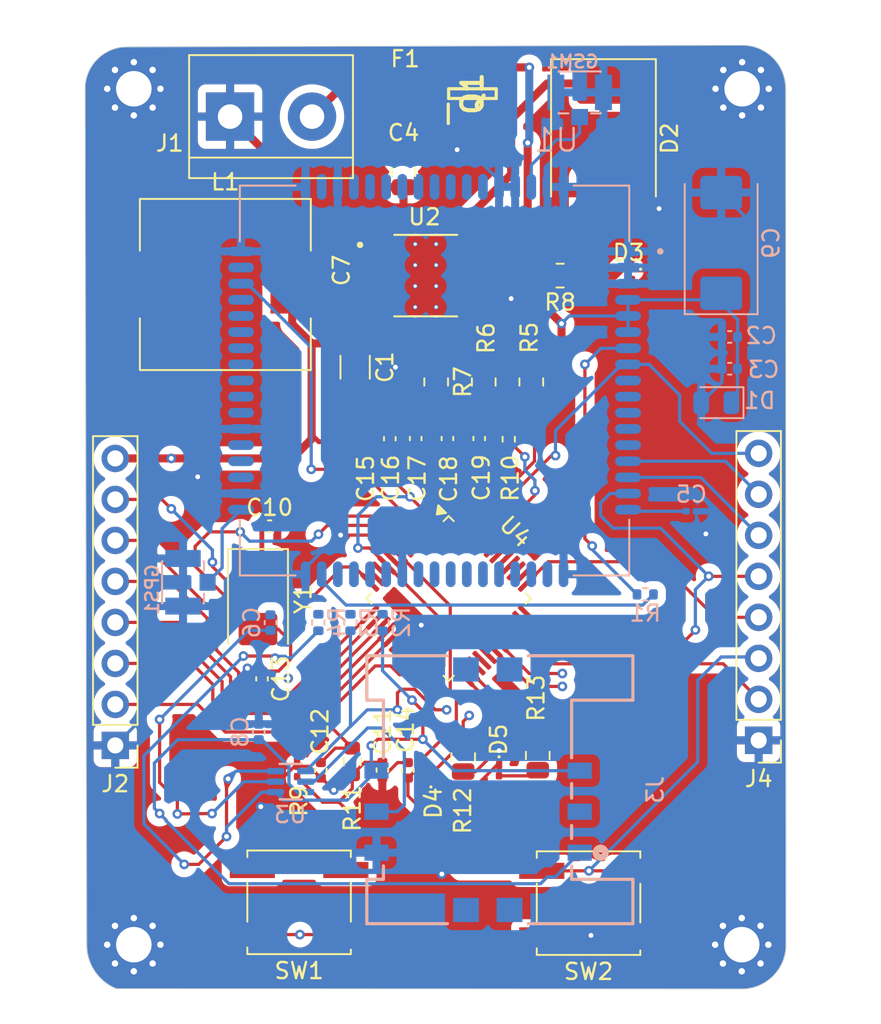
<source format=kicad_pcb>
(kicad_pcb (version 20241229) (generator "pcbnew") (generator_version "9.0")
  (layers (0 "F.Cu" signal) (4 "In1.Cu" signal) (6 "In2.Cu" signal) (2 "B.Cu" signal) (13 "F.Paste" user) (15 "B.Paste" user) (5 "F.SilkS" user "F.Silkscreen") (7 "B.SilkS" user "B.Silkscreen") (1 "F.Mask" user) (3 "B.Mask" user) (25 "Edge.Cuts" user))
  (net 0 "")
  (net 1 "GND")
  (net 2 "+3.3V")
  (net 3 "Net-(Q1-D)")
  (net 4 "Net-(U1-VRTC)")
  (net 5 "Net-(C6-Pad2)")
  (net 6 "SIM_DATA")
  (net 7 "Net-(U2-BOOT)")
  (net 8 "Net-(D2-K)")
  (net 9 "SIM_VDD")
  (net 10 "Net-(U4-PF0)")
  (net 11 "Net-(C11-Pad1)")
  (net 12 "Net-(U4-PB11)")
  (net 13 "Net-(U4-PF1)")
  (net 14 "NRST")
  (net 15 "Net-(D3-A)")
  (net 16 "Net-(D4-A)")
  (net 17 "Net-(D5-A)")
  (net 18 "+12V")
  (net 19 "GPS_ANT")
  (net 20 "GSM_ANT")
  (net 21 "SIM_TX")
  (net 22 "SIM_RX")
  (net 23 "SIM_RESET")
  (net 24 "SIM_PWRKEY")
  (net 25 "SWDIO")
  (net 26 "SWDCLK")
  (net 28 "Net-(J3-RET)")
  (net 29 "Net-(J3-CLK)")
  (net 33 "SIM_DET")
  (net 34 "USART2_RX")
  (net 35 "PA5{slash}SPI1_CLK")
  (net 36 "USART2_TX")
  (net 37 "PA7{slash}SPI1_MOSI")
  (net 38 "PA6{slash}SPI1_MISO")
  (net 39 "PA4")
  (net 40 "Net-(Q1-S)")
  (net 41 "Net-(U1-VDD_EXT)")
  (net 42 "SIM_RST")
  (net 43 "SIM_CLK")
  (net 44 "FEEDBACK")
  (net 45 "Net-(R6-Pad1)")
  (net 46 "Net-(U4-BOOT0)")
  (net 47 "LED1")
  (net 48 "LED2")
  (net 69 "STATUS")
  (footprint "Footprints:SOT95P280X125-3N" (layer "F.Cu") (at 106.525 68.05 90)
    (property "Reference" "Q1")
    (property "Value" "AO3407A" (hide yes))
  )
  (footprint "Resistor_SMD:R_0805_2012Metric" (layer "F.Cu") (at 107.225 85.9125 90)
    (property "Reference" "R6")
    (property "Value" "1K5")
  )
  (footprint "Footprints:VREG_LM5017MR_NOPB" (layer "F.Cu") (at 103.625 79.325)
    (property "Reference" "U2")
    (property "Value" "TPS5430DDA")
  )
  (footprint "Resistor_SMD:R_0805_2012Metric" (layer "F.Cu") (at 104.275 85.9125 -90)
    (property "Reference" "R7")
    (property "Value" "2K7")
  )
  (footprint "Resistor_SMD:R_0805_2012Metric" (layer "F.Cu") (at 105.95 109.1375 90)
    (property "Reference" "R12")
    (property "Value" "1K5")
  )
  (footprint "Capacitor_SMD:C_1206_3216Metric" (layer "F.Cu") (at 99.25 85 -90)
    (property "Reference" "C1")
    (property "Value" "100u")
  )
  (footprint "Resistor_SMD:R_0805_2012Metric" (layer "F.Cu") (at 111.9625 79.325 180)
    (property "Reference" "R8")
    (property "Value" "1K5")
  )
  (footprint "Capacitor_SMD:C_0201_0603Metric" (layer "F.Cu") (at 98.25 77.295 -90)
    (property "Reference" "C7")
    (property "Value" "10n")
  )
  (footprint "Fuse:Fuse_0402_1005Metric" (layer "F.Cu") (at 102.375 67.635 -90)
    (property "Reference" "F1")
    (property "Value" "Fuse 2.5A")
  )
  (footprint "Resistor_SMD:R_0201_0603Metric" (layer "F.Cu") (at 95.65 110.045 90)
    (property "Reference" "R9")
    (property "Value" "100K")
  )
  (footprint "Capacitor_SMD:C_0402_1005Metric" (layer "F.Cu") (at 97.125 109.975 -90)
    (property "Reference" "C12")
    (property "Value" "100n")
  )
  (footprint "MountingHole:MountingHole_2.2mm_M2_Pad_Via" (layer "F.Cu") (at 123.25 67.75)
    (property "Reference" "H1" (hide yes))
    (property "Value" "MountingHole_Pad")
  )
  (footprint "Connector_PinHeader_2.54mm:PinHeader_1x08_P2.54mm_Vertical" (layer "F.Cu") (at 124.275 108.115 180)
    (property "Reference" "J4")
    (property "Value" "RIGHT HEADER PINS")
  )
  (footprint "Resistor_SMD:R_0402_1005Metric" (layer "F.Cu") (at 108.775 89.46 -90)
    (property "Reference" "R10")
    (property "Value" "10K")
  )
  (footprint "MountingHole:MountingHole_2.2mm_M2_Pad_Via" (layer "F.Cu") (at 123.225 120.775)
    (property "Reference" "H2" (hide yes))
    (property "Value" "MountingHole_Pad")
  )
  (footprint "TerminalBlock:TerminalBlock_bornier-2_P5.08mm" (layer "F.Cu") (at 91.495 69.475)
    (property "Reference" "J1")
    (property "Value" "Screw_Terminal_01x02")
  )
  (footprint "Resistor_SMD:R_0603_1608Metric" (layer "F.Cu") (at 99.075 109.425 -90)
    (property "Reference" "R11")
    (property "Value" "1K")
  )
  (footprint "Capacitor_SMD:C_0402_1005Metric" (layer "F.Cu") (at 104.975 89.42 90)
    (property "Reference" "C18")
    (property "Value" "100n")
  )
  (footprint "Capacitor_SMD:C_0402_1005Metric" (layer "F.Cu") (at 93.475 104.305 -90)
    (property "Reference" "C13")
    (property "Value" "30p")
  )
  (footprint "Capacitor_SMD:C_0402_1005Metric" (layer "F.Cu") (at 103.005 89.42 90)
    (property "Reference" "C17")
    (property "Value" "100n")
  )
  (footprint "Button_Switch_SMD:SW_Push_1P1T_NO_CK_KSC6xxJ" (layer "F.Cu") (at 113.725 118.2)
    (property "Reference" "SW2")
    (property "Value" "SW_Push")
  )
  (footprint "LED_SMD:LED_0201_0603Metric" (layer "F.Cu") (at 116.0925 78.925 180)
    (property "Reference" "D3")
    (property "Value" "LED")
  )
  (footprint "MountingHole:MountingHole_2.2mm_M2_Pad_Via" (layer "F.Cu") (at 85.525 67.75)
    (property "Reference" "H4" (hide yes))
    (property "Value" "MountingHole_Pad")
  )
  (footprint "Resistor_SMD:R_0805_2012Metric" (layer "F.Cu") (at 110.175 85.9125 90)
    (property "Reference" "R5")
    (property "Value" "8K2")
  )
  (footprint "Capacitor_SMD:C_0402_1005Metric" (layer "F.Cu") (at 93.945 94.85)
    (property "Reference" "C10")
    (property "Value" "30p")
  )
  (footprint "LED_SMD:LED_0201_0603Metric" (layer "F.Cu") (at 103.95 110.145 90)
    (property "Reference" "D4")
    (property "Value" "LED")
  )
  (footprint "LED_SMD:LED_0201_0603Metric" (layer "F.Cu") (at 108.175 109.995 -90)
    (property "Reference" "D5")
    (property "Value" "LED")
  )
  (footprint "Connector_PinHeader_2.54mm:PinHeader_1x08_P2.54mm_Vertical" (layer "F.Cu") (at 84.375 108.43 180)
    (property "Reference" "J2")
    (property "Value" "LEFT HEADER PINS")
  )
  (footprint "Capacitor_SMD:C_0805_2012Metric" (layer "F.Cu") (at 102.25 72.9 -90)
    (property "Reference" "C4")
    (property "Value" "10u")
  )
  (footprint "Capacitor_SMD:C_0402_1005Metric" (layer "F.Cu") (at 100.94 109.955 -90)
    (property "Reference" "C11")
    (property "Value" "10p")
  )
  (footprint "Button_Switch_SMD:SW_Push_1P1T_NO_CK_KSC6xxJ" (layer "F.Cu") (at 95.775 118.15)
    (property "Reference" "SW1")
    (property "Value" "SW_Push")
  )
  (footprint "Diode_SMD:D_SMC" (layer "F.Cu") (at 114.65 70.825 -90)
    (property "Reference" "D2")
    (property "Value" "B340")
  )
  (footprint "Package_QFP:LQFP-48_7x7mm_P0.5mm" (layer "F.Cu") (at 105.048788 99.326212 -45)
    (property "Reference" "U4")
    (property "Value" "STM32F030C8Tx")
  )
  (footprint "Resistor_SMD:R_0805_2012Metric" (layer "F.Cu") (at 110.575 109.05 -90)
    (property "Reference" "R13")
    (property "Value" "1K5")
  )
  (footprint "Inductor_SMD:L_10.4x10.4_H4.8" (layer "F.Cu") (at 91.2 79.875)
    (property "Reference" "L1")
    (property "Value" "15uH")
  )
  (footprint "Capacitor_SMD:C_0402_1005Metric" (layer "F.Cu") (at 102.525 109.975 -90)
    (property "Reference" "C14")
    (property "Value" "100n")
  )
  (footprint "Capacitor_SMD:C_0201_0603Metric" (layer "F.Cu") (at 99.9 89.295 90)
    (property "Reference" "C15")
    (property "Value" "4u7")
  )
  (footprint "MountingHole:MountingHole_2.2mm_M2_Pad_Via" (layer "F.Cu") (at 85.525 120.775)
    (property "Reference" "H3" (hide yes))
    (property "Value" "MountingHole_Pad")
  )
  (footprint "Capacitor_SMD:C_0402_1005Metric" (layer "F.Cu") (at 101.4 89.43 90)
    (property "Reference" "C16")
    (property "Value" "100n")
  )
  (footprint "Crystal:Crystal_SMD_5032-2Pin_5.0x3.2mm" (layer "F.Cu") (at 93.225 99.375 -90)
    (property "Reference" "Y1")
    (property "Value" "8MHz")
  )
  (footprint "Capacitor_SMD:C_0402_1005Metric" (layer "F.Cu") (at 106.945 89.42 90)
    (property "Reference" "C19")
    (property "Value" "100n")
  )
  (footprint "Capacitor_Tantalum_SMD:CP_EIA-7343-15_Kemet-W" (layer "B.Cu") (at 121.95 77.3 90)
    (property "Reference" "C9")
    (property "Value" "220u")
  )
  (footprint "Footprints:SOT65P210X110-6N" (layer "B.Cu") (at 95.25 110.675)
    (property "Reference" "U3")
    (property "Value" "SMF05CT1G")
  )
  (footprint "Footprints:693010020611" (layer "B.Cu") (at 108.225 111.175 90)
    (property "Reference" "J3")
    (property "Value" "693010020611")
    (property "VALUE" "693010020611" (hide yes))
  )
  (footprint "Resistor_SMD:R_0402_1005Metric" (layer "B.Cu") (at 98.96 100.815 90)
    (property "Reference" "R3")
    (property "Value" "10K")
  )
  (footprint "Resistor_SMD:R_0402_1005Metric" (layer "B.Cu") (at 100.95 100.815 90)
    (property "Reference" "R2")
    (property "Value" "10K")
  )
  (footprint "Capacitor_SMD:C_0201_0603Metric" (layer "B.Cu") (at 120.095 93.925 180)
    (property "Reference" "C5")
    (property "Value" "4u7")
  )
  (footprint "Footprints:XCVR_SIM808" (layer "B.Cu") (at 104.175 85.825 180)
    (property "Reference" "U1")
    (property "Value" "SIM808")
  )
  (footprint "Footprints:U.FL-R-SMT-1" (layer "B.Cu") (at 113.175 67.975 180)
    (property "Reference" "GSM1")
    (property "Value" "U.FL-R-SMT-1")
  )
  (footprint "Capacitor_SMD:C_0402_1005Metric" (layer "B.Cu") (at 93.275 107.595 -90)
    (property "Reference" "C8")
    (property "Value" "1u")
  )
  (footprint "Resistor_SMD:R_0402_1005Metric" (layer "B.Cu") (at 117.24 99.075)
    (property "Reference" "R1")
    (property "Value" "4K7")
  )
  (footprint "Footprints:U.FL-R-SMT-1" (layer "B.Cu") (at 88.575 98.325 -90)
    (property "Reference" "GPS1")
    (property "Value" "U.FL-R-SMT-1")
  )
  (footprint "Resistor_SMD:R_0402_1005Metric" (layer "B.Cu") (at 96.97 100.815 90)
    (property "Reference" "R4")
    (property "Value" "10K")
  )
  (footprint "Diode_SMD:D_0805_2012Metric" (layer "B.Cu") (at 121.6475 87.195 180)
    (property "Reference" "D1")
    (property "Value" "D_Zener")
  )
  (footprint "Capacitor_SMD:C_0402_1005Metric" (layer "B.Cu") (at 122.48 83.125 180)
    (property "Reference" "C2")
    (property "Value" "33p")
  )
  (footprint "Capacitor_SMD:C_0402_1005Metric" (layer "B.Cu") (at 122.48 85.095 180)
    (property "Reference" "C3")
    (property "Value" "10p")
  )
  (footprint "Capacitor_SMD:C_0402_1005Metric" (layer "B.Cu") (at 94 100.82 -90)
    (property "Reference" "C6")
    (property "Value" "22p")
  )
  (gr_line (start 82.6 120.75) (end 82.5 67.778864) (stroke (width 0.05)) (layer "Edge.Cuts"))
  (gr_line (start 123.225 123.525) (end 84.423767 123.501669) (stroke (width 0.05)) (layer "Edge.Cuts"))
  (gr_arc (start 123.325 65.05) (mid 125.184437 65.85092) (end 125.950467 67.725) (stroke (width 0.05)) (layer "Edge.Cuts"))
  (gr_arc (start 84.423767 123.501669) (mid 83.090968 122.404811) (end 82.6 120.75) (stroke (width 0.05)) (layer "Edge.Cuts"))
  (gr_arc (start 82.5 67.778864) (mid 83.251232 65.921643) (end 85.1 65.14984) (stroke (width 0.05)) (layer "Edge.Cuts"))
  (gr_arc (start 125.975 120.775) (mid 125.169544 122.719544) (end 123.225 123.525) (stroke (width 0.05)) (layer "Edge.Cuts"))
  (gr_line (start 125.950467 67.725) (end 125.975 120.775) (stroke (width 0.05)) (layer "Edge.Cuts"))
  (gr_line (start 85.1 65.14984) (end 123.324986 65.05) (stroke (width 0.05)) (layer "Edge.Cuts"))
  (via (at 95.1 104.275) (size 0.6) (drill 0.3) (layers "F.Cu" "B.Cu") (net 0))
  (segment (start 92.572153 103.882153) (end 92.572153 103.653781) (width 0.2) (layer "F.Cu") (net 1))
  (segment (start 103.95 110.465) (end 104.3485 110.8635) (width 0.2) (layer "F.Cu") (net 1))
  (segment (start 93.475 104.785) (end 92.572153 103.882153) (width 0.2) (layer "F.Cu") (net 1))
  (segment (start 95.65 109.725) (end 95.49013 109.725) (width 0.2) (layer "F.Cu") (net 1))
  (segment (start 108.175 109.675) (end 108.175 108.75) (width 0.2) (layer "F.Cu") (net 1))
  (segment (start 105.575 69.3) (end 105.575 71.525) (width 0.2) (layer "F.Cu") (net 1))
  (segment (start 102.25 73.85) (end 103.25 73.85) (width 0.2) (layer "F.Cu") (net 1))
  (segment (start 108.2 91.775) (end 109.425 91.775) (width 0.2) (layer "F.Cu") (net 1))
  (segment (start 95.65 109.725) (end 96.395 109.725) (width 0.2) (layer "F.Cu") (net 1))
  (segment (start 93.4 111.81513) (end 93.4 112.225) (width 0.2) (layer "F.Cu") (net 1))
  (segment (start 104.474943 79.325) (end 103.625 79.325) (width 0.5) (layer "F.Cu") (net 1))
  (segment (start 99.9 88.975) (end 99.9 87.125) (width 0.2) (layer "F.Cu") (net 1))
  (segment (start 101.4 88.95) (end 99.925 88.95) (width 0.3) (layer "F.Cu") (net 1))
  (segment (start 106.82663 110.8635) (end 108.01513 109.675) (width 0.2) (layer "F.Cu") (net 1))
  (segment (start 95.49013 109.725) (end 93.4 111.81513) (width 0.2) (layer "F.Cu") (net 1))
  (segment (start 96.395 109.725) (end 97.125 110.455) (width 0.2) (layer "F.Cu") (net 1))
  (segment (start 110.825 120.2) (end 108.425 120.2) (width 0.5) (layer "F.Cu") (net 1))
  (segment (start 110.825 120.2) (end 113.875 120.2) (width 0.2) (layer "F.Cu") (net 1))
  (segment (start 97.18 110.455) (end 97.925 111.2) (width 0.2) (layer "F.Cu") (net 1))
  (segment (start 108.775 88.95) (end 106.955 88.95) (width 0.3) (layer "F.Cu") (net 1))
  (segment (start 104.3485 110.8635) (end 106.82663 110.8635) (width 0.2) (layer "F.Cu") (net 1))
  (segment (start 116.4125 75.9875) (end 114.65 74.225) (width 0.2) (layer "F.Cu") (net 1))
  (segment (start 104.275 85) (end 101.75 85) (width 0.3) (layer "F.Cu") (net 1))
  (segment (start 108.01513 109.675) (end 108.175 109.675) (width 0.2) (layer "F.Cu") (net 1))
  (segment (start 101.41 88.94) (end 101.4 88.95) (width 0.3) (layer "F.Cu") (net 1))
  (segment (start 109.7 88.95) (end 108.775 88.95) (width 0.2) (layer "F.Cu") (net 1))
  (segment (start 102.525 109.495) (end 101.88 109.495) (width 0.2) (layer "F.Cu") (net 1))
  (segment (start 108.425 120.2) (end 104.625 116.4) (width 0.5) (layer "F.Cu") (net 1))
  (segment (start 104.975 88.94) (end 103.005 88.94) (width 0.3) (layer "F.Cu") (net 1))
  (segment (start 106.945 88.94) (end 104.975 88.94) (width 0.3) (layer "F.Cu") (net 1))
  (segment (start 103.005 88.94) (end 101.41 88.94) (width 0.3) (layer "F.Cu") (net 1))
  (segment (start 106.325 79.96) (end 105.109943 79.96) (width 0.5) (layer "F.Cu") (net 1))
  (segment (start 108.2 91.8) (end 108.2 91.775) (width 0.2) (layer "F.Cu") (net 1))
  (segment (start 95.87 73.85) (end 102.25 73.85) (width 0.5) (layer "F.Cu") (net 1))
  (segment (start 103.25 73.85) (end 105.575 71.525) (width 0.2) (layer "F.Cu") (net 1))
  (segment (start 113.875 120.2) (end 116.625 120.2) (width 0.2) (layer "F.Cu") (net 1))
  (segment (start 104.346615 101.971615) (end 103.35 100.975) (width 0.2) (layer "F.Cu") (net 1))
  (segment (start 101.575126 96.91321) (end 100.061916 95.4) (width 0.2) (layer "F.Cu") (net 1))
  (segment (start 101.75 85) (end 100.725 85) (width 0.3) (layer "F.Cu") (net 1))
  (segment (start 100.96 110.455) (end 100.94 110.435) (width 0.2) (layer "F.Cu") (net 1))
  (segment (start 106.40113 94.79189) (end 107.45 93.74302) (width 0.2) (layer "F.Cu") (net 1))
  (segment (start 116.4125 78.925) (end 116.4125 75.9875) (width 0.2) (layer "F.Cu") (net 1))
  (segment (start 101.88 109.495) (end 100.94 110.435) (width 0.2) (layer "F.Cu") (net 1))
  (segment (start 107.45 93.74302) (end 107.45 92.55) (width 0.2) (layer "F.Cu") (net 1))
  (segment (start 100.725 85) (end 99.25 86.475) (width 0.3) (layer "F.Cu") (net 1))
  (segment (start 114.65 74.225) (end 117.15 74.225) (width 0.2) (layer "F.Cu") (net 1))
  (segment (start 100.061916 95.4) (end 98.35 95.4) (width 0.2) (layer "F.Cu") (net 1))
  (segment (start 109.425 91.775) (end 110.375 90.825) (width 0.2) (layer "F.Cu") (net 1))
  (segment (start 117.15 74.225) (end 118.1 75.175) (width 0.2) (layer "F.Cu") (net 1))
  (segment (start 110.375 90.825) (end 110.375 89.625) (width 0.2) (layer "F.Cu") (net 1))
  (segment (start 103.696446 103.860534) (end 104.346615 103.210365) (width 0.2) (layer "F.Cu") (net 1))
  (segment (start 110.375 89.625) (end 109.7 88.95) (width 0.2) (layer "F.Cu") (net 1))
  (segment (start 99.9 87.125) (end 99.25 86.475) (width 0.2) (layer "F.Cu") (net 1))
  (segment (start 105.109943 79.96) (end 104.474943 79.325) (width 0.5) (layer "F.Cu") (net 1))
  (segment (start 97.125 110.455) (end 97.18 110.455) (width 0.2) (layer "F.Cu") (net 1))
  (segment (start 106.325 79.96) (end 108.135 79.96) (width 0.5) (layer "F.Cu") (net 1))
  (segment (start 99.925 88.95) (end 99.9 88.975) (width 0.3) (layer "F.Cu") (net 1))
  (segment (start 104.346615 103.210365) (end 104.346615 101.971615) (width 0.2) (layer "F.Cu") (net 1))
  (segment (start 91.495 69.475) (end 95.87 73.85) (width 0.5) (layer "F.Cu") (net 1))
  (segment (start 107.45 92.55) (end 108.2 91.8) (width 0.2) (layer "F.Cu") (net 1))
  (segment (start 108.135 79.96) (end 108.925 80.75) (width 0.5) (layer "F.Cu") (net 1))
  (segment (start 106.955 88.95) (end 106.945 88.94) (width 0.3) (layer "F.Cu") (net 1))
  (via (at 101.75 85) (size 0.6) (drill 0.3) (layers "F.Cu" "B.Cu") (net 1))
  (via (at 104.625 116.4) (size 0.6) (drill 0.3) (layers "F.Cu" "B.Cu") (net 1))
  (via (at 118.1 75.175) (size 0.6) (drill 0.3) (layers "F.Cu" "B.Cu") (net 1))
  (via (at 121 95.325) (size 0.6) (drill 0.3) (layers "F.Cu" "B.Cu") (net 1))
  (via (at 113.875 120.2) (size 0.6) (drill 0.3) (layers "F.Cu" "B.Cu") (net 1))
  (via (at 108.925 80.75) (size 0.6) (drill 0.3) (layers "F.Cu" "B.Cu") (net 1))
  (via (at 98.35 95.4) (size 0.6) (drill 0.3) (layers "F.Cu" "B.Cu") (net 1))
  (via (at 103.35 100.975) (size 0.6) (drill 0.3) (layers "F.Cu" "B.Cu") (net 1))
  (via (at 93.4 112.225) (size 0.6) (drill 0.3) (layers "F.Cu" "B.Cu") (net 1))
  (via (at 89.487472 91.787528) (size 0.6) (drill 0.3) (layers "F.Cu" "B.Cu") (net 1))
  (via (at 97.925 111.2) (size 0.6) (drill 0.3) (layers "F.Cu" "B.Cu") (net 1))
  (via (at 108.175 108.75) (size 0.6) (drill 0.3) (layers "F.Cu" "B.Cu") (net 1))
  (via (at 105.575 71.525) (size 0.6) (drill 0.3) (layers "F.Cu" "B.Cu") (net 1))
  (via (at 92.572153 103.653781) (size 0.6) (drill 0.3) (layers "F.Cu" "B.Cu") (net 1))
  (segment (start 111.125 76.1) (end 108.7 76.1) (width 0.2) (layer "B.Cu") (net 1))
  (segment (start 98.2 95.4) (end 98.35 95.4) (width 0.2) (layer "B.Cu") (net 1))
  (segment (start 112.175 73.825) (end 112.175 75.05) (width 0.2) (layer "B.Cu") (net 1))
  (segment (start 118.1 75.175) (end 119.095 74.18) (width 0.2) (layer "B.Cu") (net 1))
  (segment (start 120.71 88.26) (end 121.075 88.625) (width 0.2) (layer "B.Cu") (net 1))
  (segment (start 114.85 79.825) (end 111.125 76.1) (width 0.2) (layer "B.Cu") (net 1))
  (segment (start 98.175 75.125) (end 97.85 75.45) (width 0.2) (layer "B.Cu") (net 1))
  (segment (start 121.975 88.6) (end 123.775 88.6) (width 0.2) (layer "B.Cu") (net 1))
  (segment (start 120.415 93.925) (end 120.415 94.74) (width 0.2) (layer "B.Cu") (net 1))
  (segment (start 114.65 67.975) (end 114.65 69.9) (width 0.2) (layer "B.Cu") (net 1))
  (segment (start 116.175 77.825) (end 116.175 77.1) (width 0.2) (layer "B.Cu") (net 1))
  (segment (start 111.175 73.825) (end 112.175 73.825) (width 0.2) (layer "B.Cu") (net 1))
  (segment (start 92.175 88.825) (end 89.65 88.825) (width 0.2) (layer "B.Cu") (net 1))
  (segment (start 124.675 87.65) (end 124.675 76.905) (width 0.2) (layer "B.Cu") (net 1))
  (segment (start 108.175 75.575) (end 108.175 80) (width 0.2) (layer "B.Cu") (net 1))
  (segment (start 89.65 88.825) (end 88.95 89.525) (width 0.2) (layer "B.Cu") (net 1))
  (segment (start 100.575 115.075) (end 96.25 115.075) (width 0.2) (layer "B.Cu") (net 1))
  (segment (start 121.075 88.625) (end 121.95 88.625) (width 0.2) (layer "B.Cu") (net 1))
  (segment (start 120.71 87.195) (end 120.71 88.26) (width 0.2) (layer "B.Cu") (net 1))
  (segment (start 116.175 79.825) (end 116.175 78.825) (width 0.2) (layer "B.Cu") (net 1))
  (segment (start 89.487472 91.787528) (end 88.95 91.250057) (width 0.2) (layer "B.Cu") (net 1))
  (segment (start 116.175 77.825) (end 116.175 78.825) (width 0.2) (layer "B.Cu") (net 1))
  (segment (start 111.7 67.975) (end 114.65 67.975) (width 0.2) (layer "B.Cu") (net 1))
  (segment (start 108.175 73.825) (end 108.175 75.575) (width 0.2) (layer "B.Cu") (net 1))
  (segment (start 116.175 79.825) (end 114.85 79.825) (width 0.2) (layer "B.Cu") (net 1))
  (segment (start 118.1 73.35) (end 118.1 75.175) (width 0.2) (layer "B.Cu") (net 1))
  (segment (start 122 85.095) (end 122 85.905) (width 0.2) (layer "B.Cu") (net 1))
  (segment (start 109.175 73.825) (end 108.175 73.825) (width 0.2) (layer "B.Cu") (net 1))
  (segment (start 122 85.905) (end 120.71 87.195) (width 0.2) (layer "B.Cu") (net 1))
  (segment (start 88.95 91.250057) (end 88.95 89.525) (width 0.2) (layer "B.Cu") (net 1))
  (segment (start 97.85 75.45) (end 96.975 75.45) (width 0.2) (layer "B.Cu") (net 1))
  (segment (start 96.975 75.45) (end 96.175 74.65) (width 0.2) (layer "B.Cu") (net 1))
  (segment (start 96.175 74.65) (end 96.175 73.825) (width 0.2) (layer "B.Cu") (net 1))
  (segment (start 96.25 115.075) (end 93.4 112.225) (width 0.2) (layer "B.Cu") (net 1))
  (segment (start 96.175 97.825) (end 96.175 97.425) (width 0.2) (layer "B.Cu") (net 1))
  (segment (start 92.175 75.125) (end 92.175 77.825) (width 0.2) (layer "B.Cu") (net 1))
  (segment (start 114.65 69.9) (end 118.1 73.35) (width 0.2) (layer "B.Cu") (net 1))
  (segment (start 88.575 99.8) (end 88.575 96.85) (width 0.2) (layer "B.Cu") (net 1))
  (segment (start 122 83.125) (end 122 85.095) (width 0.2) (layer "B.Cu") (net 1))
  (segment (start 92.175 92.825) (end 90.524943 92.825) (width 0.2) (layer "B.Cu") (net 1))
  (segment (start 108.175 73.425) (end 106.275 71.525) (width 0.2) (layer "B.Cu") (net 1))
  (segment (start 106.275 71.525) (end 105.575 71.525) (width 0.2) (layer "B.Cu") (net 1))
  (segment (start 96.175 97.425) (end 98.2 95.4) (width 0.2) (layer "B.Cu") (net 1))
  (segment (start 96.175 73.825) (end 93.475 73.825) (width 0.2) (layer "B.Cu") (net 1))
  (segment (start 116.175 77.1) (end 118.1 75.175) (width 0.2) (layer "B.Cu") (net 1))
  (segment (start 123.775 88.55) (end 124.675 87.65) (width 0.2) (layer "B.Cu") (net 1))
  (segment (start 88.575 104.23) (end 88.575 99.8) (width 0.2) (layer "B.Cu") (net 1))
  (segment (start 84.375 108.43) (end 88.575 104.23) (width 0.2) (layer "B.Cu") (net 1))
  (segment (start 103.3 115.075) (end 100.575 115.075) (width 0.2) (layer "B.Cu") (net 1))
  (segment (start 104.625 116.4) (end 103.3 115.075) (width 0.2) (layer "B.Cu") (net 1))
  (segment (start 112.175 75.05) (end 111.125 76.1) (width 0.2) (layer "B.Cu") (net 1))
  (segment (start 121.95 88.625) (end 121.975 88.6) (width 0.2) (layer "B.Cu") (net 1))
  (segment (start 119.095 74.18) (end 121.95 74.18) (width 0.2) (layer "B.Cu") (net 1))
  (segment (start 123.775 88.6) (end 123.775 88.55) (width 0.2) (layer "B.Cu") (net 1))
  (segment (start 98.175 73.825) (end 98.175 75.125) (width 0.2) (layer "B.Cu") (net 1))
  (segment (start 108.175 73.825) (end 108.175 73.425) (width 0.2) (layer "B.Cu") (net 1))
  (segment (start 93.475 73.825) (end 92.175 75.125) (width 0.2) (layer "B.Cu") (net 1))
  (segment (start 108.175 80) (end 108.925 80.75) (width 0.2) (layer "B.Cu") (net 1))
  (segment (start 90.524943 92.825) (end 89.487472 91.787528) (width 0.2) (layer "B.Cu") (net 1))
  (segment (start 108.7 76.1) (end 108.175 75.575) (width 0.2) (layer "B.Cu") (net 1))
  (segment (start 120.415 94.74) (end 121 95.325) (width 0.2) (layer "B.Cu") (net 1))
  (segment (start 92.175 92.825) (end 92.575 92.825) (width 0.2) (layer "B.Cu") (net 1))
  (segment (start 124.675 76.905) (end 121.95 74.18) (width 0.2) (layer "B.Cu") (net 1))
  (segment (start 95.3 90.7) (end 96.55 89.45) (width 0.5) (layer "F.Cu") (net 2))
  (segment (start 106.945 89.9) (end 101.41 89.9) (width 0.5) (layer "F.Cu") (net 2))
  (segment (start 101.4 91.775) (end 102.65 93.025) (width 0.2) (layer "F.Cu") (net 2))
  (segment (start 101.221573 97.266763) (end 100.15481 96.2) (width 0.2) (layer "F.Cu") (net 2))
  (segment (start 101.105 89.615) (end 101.4 89.91) (width 0.2) (layer "F.Cu") (net 2))
  (segment (start 104.05 94.425) (end 102.65 93.025) (width 0.2) (layer "F.Cu") (net 2))
  (segment (start 100.15481 96.2) (end 99.425 96.2) (width 0.2) (layer "F.Cu") (net 2))
  (segment (start 95.825 120.15) (end 98.675 120.15) (width 0.2) (layer "F.Cu") (net 2))
  (segment (start 104.05 94.438336) (end 104.05 94.425) (width 0.2) (layer "F.Cu") (net 2))
  (segment (start 84.375 90.65) (end 87.85 90.65) (width 0.5) (layer "F.Cu") (net 2))
  (segment (start 104.05 94.45) (end 104.725 95.125) (width 0.2) (layer "F.Cu") (net 2))
  (segment (start 101.41 89.9) (end 101.4 89.91) (width 0.5) (layer "F.Cu") (net 2))
  (segment (start 95.35 82.325) (end 95.35 79.875) (width 0.5) (layer "F.Cu") (net 2))
  (segment (start 99.9 89.615) (end 101.105 89.615) (width 0.2) (layer "F.Cu") (net 2))
  (segment (start 112.05 85.825) (end 112.05 82.3) (width 0.5) (layer "F.Cu") (net 2))
  (segment (start 104.747615 100.792805) (end 101.221573 97.266763) (width 0.2) (layer "F.Cu") (net 2))
  (segment (start 96.55 89.175) (end 96.55 83.525) (width 0.5) (layer "F.Cu") (net 2))
  (segment (start 101.4 89.91) (end 101.4 91.775) (width 0.2) (layer "F.Cu") (net 2))
  (segment (start 96.55 89.45) (end 96.55 89.175) (width 0.5) (layer "F.Cu") (net 2))
  (segment (start 104.747615 103.516473) (end 104.747615 100.792805) (width 0.2) (layer "F.Cu") (net 2))
  (segment (start 104.725 95.125) (end 105.325 95.125) (width 0.2) (layer "F.Cu") (net 2))
  (segment (start 111.05 86.825) (end 112.05 85.825) (width 0.5) (layer "F.Cu") (net 2))
  (segment (start 105.325 95.125) (end 106.011664 94.438336) (width 0.2) (layer "F.Cu") (net 2))
  (segment (start 95.25 90.65) (end 95.3 90.7) (width 0.5) (layer "F.Cu") (net 2))
  (segment (start 99.9 89.615) (end 96.99 89.615) (width 0.3) (layer "F.Cu") (net 2))
  (segment (start 87.85 90.65) (end 95.25 90.65) (width 0.5) (layer "F.Cu") (net 2))
  (segment (start 104.05 104.214088) (end 104.747615 103.516473) (width 0.2) (layer "F.Cu") (net 2))
  (segment (start 96.99 89.615) (end 96.55 89.175) (width 0.3) (layer "F.Cu") (net 2))
  (segment (start 112.05 82.3) (end 111.05 81.3) (width 0.5) (layer "F.Cu") (net 2))
  (segment (start 92.875 120.15) (end 95.825 120.15) (width 0.2) (layer "F.Cu") (net 2))
  (segment (start 110.175 86.825) (end 111.05 86.825) (width 0.5) (layer "F.Cu") (net 2))
  (segment (start 99.25 83.525) (end 96.55 83.525) (width 0.5) (layer "F.Cu") (net 2))
  (segment (start 96.55 83.525) (end 95.35 82.325) (width 0.5) (layer "F.Cu") (net 2))
  (segment (start 111.05 81.3) (end 111.05 79.325) (width 0.5) (layer "F.Cu") (net 2))
  (segment (start 104.05 94.438336) (end 104.05 94.45) (width 0.2) (layer "F.Cu") (net 2))
  (segment (start 106.011664 94.438336) (end 106.047576 94.438336) (width 0.2) (layer "F.Cu") (net 2))
  (via (at 102.65 93.025) (size 0.6) (drill 0.3) (layers "F.Cu" "B.Cu") (net 2))
  (via (at 99.425 96.2) (size 0.6) (drill 0.3) (layers "F.Cu" "B.Cu") (net 2))
  (via (at 95.825 120.15) (size 0.6) (drill 0.3) (layers "F.Cu" "B.Cu") (net 2))
  (via (at 112.05 82.3) (size 0.6) (drill 0.3) (layers "F.Cu" "B.Cu") (net 2))
  (via (at 87.85 90.65) (size 0.6) (drill 0.3) (layers "F.Cu" "B.Cu") (net 2))
  (segment (start 116.175 80.825) (end 121.545 80.825) (width 0.2) (layer "B.Cu") (net 2))
  (segment (start 122.975 83.11) (end 122.96 83.125) (width 0.2) (layer "B.Cu") (net 2))
  (segment (start 99.425 96.2) (end 99.425 94.175) (width 0.2) (layer "B.Cu") (net 2))
  (segment (start 100.575 93.025) (end 102.65 93.025) (width 0.2) (layer "B.Cu") (net 2))
  (segment (start 122.975 82.05) (end 122.975 83.11) (width 0.2) (layer "B.Cu") (net 2))
  (segment (start 112.525 81.825) (end 112.05 82.3) (width 0.2) (layer "B.Cu") (net 2))
  (segment (start 116.175 82.825) (end 116.175 81.825) (width 0.2) (layer "B.Cu") (net 2))
  (segment (start 121.95 81.025) (end 122.975 82.05) (width 0.2) (layer "B.Cu") (net 2))
  (segment (start 116.175 80.825) (end 116.175 81.825) (width 0.2) (layer "B.Cu") (net 2))
  (segment (start 99.425 94.175) (end 100.575 93.025) (width 0.2) (layer "B.Cu") (net 2))
  (segment (start 121.95 80.42) (end 121.95 81.025) (width 0.2) (layer "B.Cu") (net 2))
  (segment (start 122.96 85.095) (end 122.96 86.82) (width 0.2) (layer "B.Cu") (net 2))
  (segment (start 116.175 81.825) (end 112.525 81.825) (width 0.2) (layer "B.Cu") (net 2))
  (segment (start 122.96 83.125) (end 122.96 85.095) (width 0.2) (layer "B.Cu") (net 2))
  (segment (start 122.96 86.82) (end 122.585 87.195) (width 0.2) (layer "B.Cu") (net 2))
  (segment (start 121.545 80.825) (end 121.95 80.42) (width 0.2) (layer "B.Cu") (net 2))
  (segment (start 106.525 66.8) (end 104.575 66.8) (width 0.5) (layer "F.Cu") (net 3))
  (segment (start 103.96 68.825) (end 103.255 68.12) (width 0.5) (layer "F.Cu") (net 3))
  (segment (start 103.255 68.12) (end 102.375 68.12) (width 0.5) (layer "F.Cu") (net 3))
  (segment (start 104 68.825) (end 103.96 68.825) (width 0.5) (layer "F.Cu") (net 3))
  (segment (start 104.575 66.8) (end 103.255 68.12) (width 0.5) (layer "F.Cu") (net 3))
  (segment (start 102.25 71.95) (end 104 70.2) (width 0.5) (layer "F.Cu") (net 3))
  (segment (start 104 70.2) (end 104 68.825) (width 0.5) (layer "F.Cu") (net 3))
  (segment (start 119.775 93.925) (end 116.275 93.925) (width 0.2) (layer "B.Cu") (net 4))
  (segment (start 116.275 93.925) (end 116.175 93.825) (width 0.2) (layer "B.Cu") (net 4))
  (segment (start 87.125 110.725057) (end 88.225 111.825057) (width 0.2) (layer "F.Cu") (net 5))
  (segment (start 88.225 112.675) (end 90.375 112.65) (width 0.2) (layer "F.Cu") (net 5))
  (segment (start 87.125 106.825) (end 87.125 110.725057) (width 0.2) (layer "F.Cu") (net 5))
  (segment (start 88.225 111.825057) (end 88.225 112.675) (width 0.2) (layer "F.Cu") (net 5))
  (via (at 88.225 112.675) (size 0.6) (drill 0.3) (layers "F.Cu" "B.Cu") (net 5))
  (via (at 87.125 106.825) (size 0.6) (drill 0.3) (layers "F.Cu" "B.Cu") (net 5))
  (via (at 90.375 112.65) (size 0.6) (drill 0.3) (layers "F.Cu" "B.Cu") (net 5))
  (segment (start 92.35 110.675) (end 90.375 112.65) (width 0.2) (layer "B.Cu") (net 5))
  (segment (start 94 101.3) (end 92.65 101.3) (width 0.2) (layer "B.Cu") (net 5))
  (segment (start 94.315 110.675) (end 92.35 110.675) (width 0.2) (layer "B.Cu") (net 5))
  (segment (start 92.65 101.3) (end 87.125 106.825) (width 0.2) (layer "B.Cu") (net 5))
  (segment (start 100.73 77.615) (end 100.925 77.42) (width 0.2) (layer "F.Cu") (net 7))
  (segment (start 98.25 77.615) (end 100.73 77.615) (width 0.2) (layer "F.Cu") (net 7))
  (segment (start 98.25 76.975) (end 99.075 76.15) (width 0.2) (layer "F.Cu") (net 8))
  (segment (start 87.05 79.875) (end 87.05 77.45) (width 0.5) (layer "F.Cu") (net 8))
  (segment (start 88.45 76.05) (end 99.075 76.05) (width 0.5) (layer "F.Cu") (net 8))
  (segment (start 106.325 77.42) (end 106.325 75.65) (width 0.5) (layer "F.Cu") (net 8))
  (segment (start 106.325 75.65) (end 108.925 73.05) (width 0.5) (layer "F.Cu") (net 8))
  (segment (start 111.15 67.425) (end 114.65 67.425) (width 0.5) (layer "F.Cu") (net 8))
  (segment (start 108.925 69.65) (end 111.15 67.425) (width 0.5) (layer "F.Cu") (net 8))
  (segment (start 108.925 73.05) (end 108.925 69.65) (width 0.5) (layer "F.Cu") (net 8))
  (segment (start 99.075 76.05) (end 104.955 76.05) (width 0.5) (layer "F.Cu") (net 8))
  (segment (start 99.075 76.15) (end 99.075 76.05) (width 0.2) (layer "F.Cu") (net 8))
  (segment (start 104.955 76.05) (end 106.325 77.42) (width 0.5) (layer "F.Cu") (net 8))
  (segment (start 87.05 77.45) (end 88.45 76.05) (width 0.5) (layer "F.Cu") (net 8))
  (via (at 87.125 112.65) (size 0.6) (drill 0.3) (layers "F.Cu" "B.Cu") (net 9))
  (segment (start 111.675 116.575) (end 111.175 116.575) (width 0.2) (layer "B.Cu") (net 9))
  (segment (start 91.424999 117) (end 87.524971 113.099972) (width 0.2) (layer "B.Cu") (net 9))
  (segment (start 95.65 111.325) (end 95.146 110.821) (width 0.2) (layer "B.Cu") (net 9))
  (segment (start 111.175 116.575) (end 110.75 117) (width 0.2) (layer "B.Cu") (net 9))
  (segment (start 95.146 109.746) (end 93.475 108.075) (width 0.2) (layer "B.Cu") (net 9))
  (segment (start 110.75 117) (end 91.424999 117) (width 0.2) (layer "B.Cu") (net 9))
  (segment (start 96.185 111.325) (end 95.65 111.325) (width 0.2) (layer "B.Cu") (net 9))
  (segment (start 93.275 108.075) (end 88.25 108.075) (width 0.2) (layer "B.Cu") (net 9))
  (segment (start 95.146 110.821) (end 95.146 109.746) (width 0.2) (layer "B.Cu") (net 9))
  (segment (start 86.8 112.325) (end 87.125 112.65) (width 0.2) (layer "B.Cu") (net 9))
  (segment (start 88.25 108.075) (end 86.8 109.525) (width 0.2) (layer "B.Cu") (net 9))
  (segment (start 86.8 109.525) (end 86.8 112.325) (width 0.2) (layer "B.Cu") (net 9))
  (segment (start 87.524971 113.049971) (end 87.524971 113.099972) (width 0.2) (layer "B.Cu") (net 9))
  (segment (start 87.125 112.65) (end 87.524971 113.049971) (width 0.2) (layer "B.Cu") (net 9))
  (segment (start 93.475 108.075) (end 93.275 108.075) (width 0.2) (layer "B.Cu") (net 9))
  (segment (start 113.175 115.075) (end 111.675 116.575) (width 0.2) (layer "B.Cu") (net 9))
  (segment (start 93.465 97.285) (end 93.225 97.525) (width 0.3) (layer "F.Cu") (net 10))
  (segment (start 101.008236 94.225) (end 102.635786 95.85255) (width 0.2) (layer "F.Cu") (net 10))
  (segment (start 93.465 94.85) (end 94.09 94.225) (width 0.2) (layer "F.Cu") (net 10))
  (segment (start 93.465 94.85) (end 93.465 97.285) (width 0.3) (layer "F.Cu") (net 10))
  (segment (start 94.09 94.225) (end 101.008236 94.225) (width 0.2) (layer "F.Cu") (net 10))
  (segment (start 99.85 109.475) (end 99.075 110.25) (width 0.2) (layer "F.Cu") (net 11))
  (segment (start 98.675 112.375) (end 98.25 111.95) (width 0.2) (layer "F.Cu") (net 11))
  (segment (start 98.25 111.925) (end 99.075 111.1) (width 0.2) (layer "F.Cu") (net 11))
  (segment (start 92.875 116.15) (end 98.675 116.15) (width 0.2) (layer "F.Cu") (net 11))
  (segment (start 98.675 116.15) (end 98.675 112.375) (width 0.2) (layer "F.Cu") (net 11))
  (segment (start 98.25 111.95) (end 98.25 111.925) (width 0.2) (layer "F.Cu") (net 11))
  (segment (start 99.075 111.1) (end 99.075 110.25) (width 0.2) (layer "F.Cu") (net 11))
  (segment (start 95.65 110.365) (end 97.235 111.95) (width 0.2) (layer "F.Cu") (net 11))
  (segment (start 100.94 109.475) (end 99.85 109.475) (width 0.2) (layer "F.Cu") (net 11))
  (segment (start 97.235 111.95) (end 98.25 111.95) (width 0.2) (layer "F.Cu") (net 11))
  (segment (start 102.002388 104.052388) (end 102 104.05) (width 0.2) (layer "F.Cu") (net 12))
  (segment (start 102.72819 104.052388) (end 102.002388 104.052388) (width 0.2) (layer "F.Cu") (net 12))
  (segment (start 97.825 106.175) (end 97.825 107.35) (width 0.2) (layer "F.Cu") (net 12))
  (segment (start 102 104.05) (end 101.456981 103.506981) (width 0.2) (layer "F.Cu") (net 12))
  (segment (start 101.456981 103.506981) (end 100.493019 103.506981) (width 0.2) (layer "F.Cu") (net 12))
  (segment (start 97.125 109.495) (end 98.02 108.6) (width 0.2) (layer "F.Cu") (net 12))
  (segment (start 103.342893 103.506981) (end 103.273597 103.506981) (width 0.2) (layer "F.Cu") (net 12))
  (segment (start 100.493019 103.506981) (end 97.825 106.175) (width 0.2) (layer "F.Cu") (net 12))
  (segment (start 97.825 107.35) (end 99.075 108.6) (width 0.2) (layer "F.Cu") (net 12))
  (segment (start 98.02 108.6) (end 99.075 108.6) (width 0.2) (layer "F.Cu") (net 12))
  (segment (start 103.273597 103.506981) (end 102.72819 104.052388) (width 0.2) (layer "F.Cu") (net 12))
  (segment (start 90.225 95.2) (end 92.125 95.2) (width 0.2) (layer "F.Cu") (net 13))
  (segment (start 89.325 97.325) (end 89.325 96.1) (width 0.2) (layer "F.Cu") (net 13))
  (segment (start 93.475 103.825) (end 94.5 103.825) (width 0.2) (layer "F.Cu") (net 13))
  (segment (start 94.475 101.225) (end 93.225 101.225) (width 0.2) (layer "F.Cu") (net 13))
  (segment (start 89.325 96.1) (end 90.225 95.2) (width 0.2) (layer "F.Cu") (net 13))
  (segment (start 100.87513 94.799) (end 97.526 94.799) (width 0.2) (layer "F.Cu") (net 13))
  (segment (start 97.526 94.799) (end 96.975 95.35) (width 0.2) (layer "F.Cu") (net 13))
  (segment (start 102.282233 96.206103) (end 100.87513 94.799) (width 0.2) (layer "F.Cu") (net 13))
  (segment (start 95.25 102) (end 94.475 101.225) (width 0.2) (layer "F.Cu") (net 13))
  (segment (start 95.25 103.075) (end 95.25 102) (width 0.2) (layer "F.Cu") (net 13))
  (segment (start 94.5 103.825) (end 95.25 103.075) (width 0.2) (layer "F.Cu") (net 13))
  (segment (start 93.225 101.225) (end 89.325 97.325) (width 0.2) (layer "F.Cu") (net 13))
  (via (at 92.125 95.2) (size 0.6) (drill 0.3) (layers "F.Cu" "B.Cu") (net 13))
  (via (at 96.975 95.35) (size 0.6) (drill 0.3) (layers "F.Cu" "B.Cu") (net 13))
  (segment (start 92.125 95.2) (end 92.7 95.775) (width 0.2) (layer "B.Cu") (net 13))
  (segment (start 96.55 95.775) (end 96.975 95.35) (width 0.2) (layer "B.Cu") (net 13))
  (segment (start 92.7 95.775) (end 96.55 95.775) (width 0.2) (layer "B.Cu") (net 13))
  (segment (start 102.535 110.465) (end 102.525 110.455) (width 0.2) (layer "F.Cu") (net 14))
  (segment (start 103.8 112.825) (end 103.8 114.225) (width 0.2) (layer "F.Cu") (net 14))
  (segment (start 113.75 116.2) (end 116.625 116.2) (width 0.2) (layer "F.Cu") (net 14))
  (segment (start 110.825 116.2) (end 113.75 116.2) (width 0.2) (layer "F.Cu") (net 14))
  (segment (start 105.148615 99.779593) (end 101.928679 96.559657) (width 0.2) (layer "F.Cu") (net 14))
  (segment (start 103.325 109.35134) (end 105.526 107.15034) (width 0.2) (layer "F.Cu") (net 14))
  (segment (start 105.148615 105.046558) (end 105.148615 99.779593) (width 0.2) (layer "F.Cu") (net 14))
  (segment (start 102.525 111.55) (end 103.8 112.825) (width 0.2) (layer "F.Cu") (net 14))
  (segment (start 105.775 116.2) (end 110.825 116.2) (width 0.2) (layer "F.Cu") (net 14))
  (segment (start 105.526 107.15034) (end 105.526 105.423943) (width 0.2) (layer "F.Cu") (net 14))
  (segment (start 102.525 110.455) (end 102.525 111.55) (width 0.2) (layer "F.Cu") (net 14))
  (segment (start 102.525 110.455) (end 103.325 109.655) (width 0.2) (layer "F.Cu") (net 14))
  (segment (start 103.8 114.225) (end 105.775 116.2) (width 0.2) (layer "F.Cu") (net 14))
  (segment (start 103.325 109.655) (end 103.325 109.35134) (width 0.2) (layer "F.Cu") (net 14))
  (segment (start 105.526 105.423943) (end 105.148615 105.046558) (width 0.2) (layer "F.Cu") (net 14))
  (via (at 113.75 116.2) (size 0.6) (drill 0.3) (layers "F.Cu" "B.Cu") (net 14))
  (segment (start 121.95 102.95) (end 124.19 102.95) (width 0.2) (layer "B.Cu") (net 14))
  (segment (start 120.5 109.45) (end 120.5 104.4) (width 0.2) (layer "B.Cu") (net 14))
  (segment (start 113.75 116.2) (end 120.5 109.45) (width 0.2) (layer "B.Cu") (net 14))
  (segment (start 124.19 102.95) (end 124.275 103.035) (width 0.2) (layer "B.Cu") (net 14))
  (segment (start 120.5 104.4) (end 121.95 102.95) (width 0.2) (layer "B.Cu") (net 14))
  (segment (start 112.875 79.325) (end 115.3315 79.325) (width 0.5) (layer "F.Cu") (net 15))
  (segment (start 115.3315 79.325) (end 115.7315 78.925) (width 0.5) (layer "F.Cu") (net 15))
  (segment (start 103.95 109.825) (end 104.35 109.825) (width 0.2) (layer "F.Cu") (net 16))
  (segment (start 104.35 109.825) (end 105.95 108.225) (width 0.2) (layer "F.Cu") (net 16))
  (segment (start 105.95 106.95) (end 106.325 106.575) (width 0.2) (layer "F.Cu") (net 16))
  (segment (start 105.95 108.225) (end 105.95 106.95) (width 0.2) (layer "F.Cu") (net 16))
  (via (at 106.325 106.575) (size 0.6) (drill 0.3) (layers "F.Cu" "B.Cu") (net 16))
  (segment (start 108.175 110.315) (end 110.2225 110.315) (width 0.2) (layer "F.Cu") (net 17))
  (segment (start 110.2875 109.675) (end 110.575 109.9625) (width 0.2) (layer "F.Cu") (net 17))
  (segment (start 110.2225 110.315) (end 110.575 109.9625) (width 0.2) (layer "F.Cu") (net 17))
  (segment (start 98.9 67.15) (end 96.575 69.475) (width 0.5) (layer "F.Cu") (net 18))
  (segment (start 102.375 67.15) (end 98.9 67.15) (width 0.5) (layer "F.Cu") (net 18))
  (segment (start 91.001 97.424) (end 90.1 98.325) (width 0.2) (layer "B.Cu") (net 19))
  (segment (start 91.001 94.999) (end 91.001 97.424) (width 0.2) (layer "B.Cu") (net 19))
  (segment (start 92.175 93.825) (end 91.001 94.999) (width 0.2) (layer "B.Cu") (net 19))
  (segment (start 111.75 70.9) (end 112.75 70.9) (width 0.2) (layer "B.Cu") (net 20))
  (segment (start 110.175 73.825) (end 110.175 72.475) (width 0.2) (layer "B.Cu") (net 20))
  (segment (start 112.75 70.9) (end 113.175 70.475) (width 0.2) (layer "B.Cu") (net 20))
  (segment (start 113.175 70.475) (end 113.175 69.5) (width 0.2) (layer "B.Cu") (net 20))
  (segment (start 110.175 72.475) (end 111.75 70.9) (width 0.2) (layer "B.Cu") (net 20))
  (segment (start 108.168897 102.092767) (end 110.051127 103.974997) (width 0.2) (layer "F.Cu") (net 21))
  (segment (start 110.051127 103.974997) (end 112.1 103.974997) (width 0.2) (layer "F.Cu") (net 21))
  (via (at 112.1 103.974997) (size 0.6) (drill 0.3) (layers "F.Cu" "B.Cu") (net 21))
  (segment (start 122.225 90.825) (end 124.275 92.875) (width 0.2) (layer "B.Cu") (net 21))
  (segment (start 116.175 90.825) (end 122.225 90.825) (width 0.2) (layer "B.Cu") (net 21))
  (segment (start 107.815343 102.446321) (end 110.144022 104.775) (width 0.2) (layer "F.Cu") (net 22))
  (segment (start 110.144022 104.775) (end 112.1 104.775) (width 0.2) (layer "F.Cu") (net 22))
  (via (at 112.1 104.775) (size 0.6) (drill 0.3) (layers "F.Cu" "B.Cu") (net 22))
  (segment (start 116.175 91.825) (end 120.685 91.825) (width 0.2) (layer "B.Cu") (net 22))
  (segment (start 120.685 91.825) (end 124.275 95.415) (width 0.2) (layer "B.Cu") (net 22))
  (segment (start 109.58311 100.678554) (end 110.754556 101.85) (width 0.2) (layer "F.Cu") (net 23))
  (segment (start 119.8 101.85) (end 120.35 101.3) (width 0.2) (layer "F.Cu") (net 23))
  (segment (start 121.18 97.955) (end 124.275 97.955) (width 0.2) (layer "F.Cu") (net 23))
  (segment (start 120.35 101.3) (end 120.35 101.275) (width 0.2) (layer "F.Cu") (net 23))
  (segment (start 121.175 97.95) (end 121.18 97.955) (width 0.2) (layer "F.Cu") (net 23))
  (segment (start 110.754556 101.85) (end 119.8 101.85) (width 0.2) (layer "F.Cu") (net 23))
  (via (at 121.175 97.95) (size 0.6) (drill 0.3) (layers "F.Cu" "B.Cu") (net 23))
  (via (at 120.35 101.275) (size 0.6) (drill 0.3) (layers "F.Cu" "B.Cu") (net 23))
  (segment (start 115.05 92.825) (end 114.425 93.45) (width 0.2) (layer "B.Cu") (net 23))
  (segment (start 120.35 98.775) (end 121.175 97.95) (width 0.2) (layer "B.Cu") (net 23))
  (segment (start 114.475 93.5) (end 114.475 94.2) (width 0.2) (layer "B.Cu") (net 23))
  (segment (start 115.25 94.975) (end 118.2 94.975) (width 0.2) (layer "B.Cu") (net 23))
  (segment (start 118.2 94.975) (end 121.175 97.95) (width 0.2) (layer "B.Cu") (net 23))
  (segment (start 120.35 101.275) (end 120.35 98.775) (width 0.2) (layer "B.Cu") (net 23))
  (segment (start 116.175 92.825) (end 115.05 92.825) (width 0.2) (layer "B.Cu") (net 23))
  (segment (start 114.475 94.2) (end 115.25 94.975) (width 0.2) (layer "B.Cu") (net 23))
  (segment (start 114.425 93.45) (end 114.475 93.5) (width 0.2) (layer "B.Cu") (net 23))
  (segment (start 106.754683 95.145443) (end 111.425126 90.475) (width 0.2) (layer "F.Cu") (net 24))
  (segment (start 111.425126 90.475) (end 111.675 90.475) (width 0.2) (layer "F.Cu") (net 24))
  (via (at 111.675 90.475) (size 0.6) (drill 0.3) (layers "F.Cu" "B.Cu") (net 24))
  (segment (start 119.375 88.35) (end 121.36 90.335) (width 0.2) (layer "B.Cu") (net 24))
  (segment (start 119.375 86.725) (end 119.375 88.35) (width 0.2) (layer "B.Cu") (net 24))
  (segment (start 116.175 84.825) (end 115.775 84.825) (width 0.2) (layer "B.Cu") (net 24))
  (segment (start 111.675 88.925) (end 111.675 90.475) (width 0.2) (layer "B.Cu") (net 24))
  (segment (start 121.36 90.335) (end 124.275 90.335) (width 0.2) (layer "B.Cu") (net 24))
  (segment (start 116.175 84.825) (end 117.475 84.825) (width 0.2) (layer "B.Cu") (net 24))
  (segment (start 117.475 84.825) (end 119.375 86.725) (width 0.2) (layer "B.Cu") (net 24))
  (segment (start 115.775 84.825) (end 111.675 88.925) (width 0.2) (layer "B.Cu") (net 24))
  (segment (start 122.073997 103.373997) (end 124.275 105.575) (width 0.2) (layer "F.Cu") (net 25))
  (segment (start 111.571447 103.373997) (end 122.073997 103.373997) (width 0.2) (layer "F.Cu") (net 25))
  (segment (start 109.229557 101.032107) (end 111.571447 103.373997) (width 0.2) (layer "F.Cu") (net 25))
  (segment (start 109.936664 98.327424) (end 109.947576 98.327424) (width 0.2) (layer "F.Cu") (net 26))
  (segment (start 118.15 97.05) (end 121.595 100.495) (width 0.2) (layer "F.Cu") (net 26))
  (segment (start 109.947576 98.327424) (end 111.225 97.05) (width 0.2) (layer "F.Cu") (net 26))
  (segment (start 121.595 100.495) (end 124.275 100.495) (width 0.2) (layer "F.Cu") (net 26))
  (segment (start 111.225 97.05) (end 118.15 97.05) (width 0.2) (layer "F.Cu") (net 26))
  (segment (start 104.925 106.225) (end 104.225 106.225) (width 0.2) (layer "F.Cu") (net 28))
  (segment (start 102.95 104.95) (end 102.1 104.95) (width 0.2) (layer "F.Cu") (net 28))
  (segment (start 102.1 104.95) (end 101.875 105.175) (width 0.2) (layer "F.Cu") (net 28))
  (segment (start 101.875 105.175) (end 101.875 106.225) (width 0.2) (layer "F.Cu") (net 28))
  (segment (start 104.225 106.225) (end 102.95 104.95) (width 0.2) (layer "F.Cu") (net 28))
  (via (at 104.925 106.225) (size 0.6) (drill 0.3) (layers "F.Cu" "B.Cu") (net 28))
  (via (at 101.875 106.225) (size 0.6) (drill 0.3) (layers "F.Cu" "B.Cu") (net 28))
  (segment (start 98.96 107.25) (end 98.96 101.325) (width 0.2) (layer "B.Cu") (net 28))
  (segment (start 100 106.225) (end 101.875 106.225) (width 0.2) (layer "B.Cu") (net 28))
  (segment (start 96.185 110.025) (end 98.96 107.25) (width 0.2) (layer "B.Cu") (net 28))
  (segment (start 98.975 107.25) (end 100 106.225) (width 0.2) (layer "B.Cu") (net 28))
  (segment (start 98.96 107.25) (end 98.975 107.25) (width 0.2) (layer "B.Cu") (net 28))
  (segment (start 91.275 110.6) (end 91.275 114.075) (width 0.2) (layer "F.Cu") (net 29))
  (segment (start 100.65 108.05) (end 100.25 108.45) (width 0.2) (layer "F.Cu") (net 29))
  (segment (start 94.275 103.025) (end 94.143463 102.893463) (width 0.2) (layer "F.Cu") (net 29))
  (segment (start 103.45 108.05) (end 103.45 106.3) (width 0.2) (layer "F.Cu") (net 29))
  (segment (start 91.275 114.075) (end 89.55 115.8) (width 0.2) (layer "F.Cu") (net 29))
  (segment (start 103.45 108.05) (end 100.65 108.05) (width 0.2) (layer "F.Cu") (net 29))
  (segment (start 94.143463 102.893463) (end 92.323314 102.893463) (width 0.2) (layer "F.Cu") (net 29))
  (segment (start 89.55 115.8) (end 88.65 115.8) (width 0.2) (layer "F.Cu") (net 29))
  (segment (start 103.45 106.3) (end 102.775 105.625) (width 0.2) (layer "F.Cu") (net 29))
  (segment (start 91.375 110.5) (end 91.275 110.6) (width 0.2) (layer "F.Cu") (net 29))
  (via (at 103.45 108.05) (size 0.6) (drill 0.3) (layers "F.Cu" "B.Cu") (net 29))
  (via (at 100.25 108.45) (size 0.6) (drill 0.3) (layers "F.Cu" "B.Cu") (net 29))
  (via (at 91.275 114.075) (size 0.6) (drill 0.3) (layers "F.Cu" "B.Cu") (net 29))
  (via (at 92.323314 102.893463) (size 0.6) (drill 0.3) (layers "F.Cu" "B.Cu") (net 29))
  (via (at 88.65 115.8) (size 0.6) (drill 0.3) (layers "F.Cu" "B.Cu") (net 29))
  (via (at 102.775 105.625) (size 0.6) (drill 0.3) (layers "F.Cu" "B.Cu") (net 29))
  (via (at 91.375 110.5) (size 0.6) (drill 0.3) (layers "F.Cu" "B.Cu") (net 29))
  (via (at 94.275 103.025) (size 0.6) (drill 0.3) (layers "F.Cu" "B.Cu") (net 29))
  (segment (start 93.450057 111.325) (end 91.275 113.500057) (width 0.2) (layer "B.Cu") (net 29))
  (segment (start 91.275 113.500057) (end 91.275 114.075) (width 0.2) (layer "B.Cu") (net 29))
  (segment (start 86.15 109.066777) (end 92.323314 102.893463) (width 0.2) (layer "B.Cu") (net 29))
  (segment (start 88.65 115.8) (end 86.15 113.3) (width 0.2) (layer "B.Cu") (net 29))
  (segment (start 105.395 109.995) (end 103.45 108.05) (width 0.2) (layer "B.Cu") (net 29))
  (segment (start 100.25 109.67) (end 100.575 109.995) (width 0.2) (layer "B.Cu") (net 29))
  (segment (start 94.909116 102.909116) (end 94.390884 102.909116) (width 0.2) (layer "B.Cu") (net 29))
  (segment (start 91.85 110.025) (end 91.375 110.5) (width 0.2) (layer "B.Cu") (net 29))
  (segment (start 86.15 113.3) (end 86.15 109.066777) (width 0.2) (layer "B.Cu") (net 29))
  (segment (start 96.97 101.325) (end 95.295 103) (width 0.2) (layer "B.Cu") (net 29))
  (segment (start 113.175 109.995) (end 105.395 109.995) (width 0.2) (layer "B.Cu") (net 29))
  (segment (start 100.575 109.995) (end 98.749 111.821) (width 0.2) (layer "B.Cu") (net 29))
  (segment (start 94.315 110.025) (end 91.85 110.025) (width 0.2) (layer "B.Cu") (net 29))
  (segment (start 94.315 111.325) (end 93.450057 111.325) (width 0.2) (layer "B.Cu") (net 29))
  (segment (start 94.390884 102.909116) (end 94.275 103.025) (width 0.2) (layer "B.Cu") (net 29))
  (segment (start 100.95 101.325) (end 100.95 103.8) (width 0.2) (layer "B.Cu") (net 29))
  (segment (start 95.295 103) (end 95 103) (width 0.2) (layer "B.Cu") (net 29))
  (segment (start 100.25 108.45) (end 100.25 109.67) (width 0.2) (layer "B.Cu") (net 29))
  (segment (start 95 103) (end 94.909116 102.909116) (width 0.2) (layer "B.Cu") (net 29))
  (segment (start 100.95 103.8) (end 102.775 105.625) (width 0.2) (layer "B.Cu") (net 29))
  (segment (start 98.749 111.821) (end 94.811 111.821) (width 0.2) (layer "B.Cu") (net 29))
  (segment (start 94.811 111.821) (end 94.315 111.325) (width 0.2) (layer "B.Cu") (net 29))
  (segment (start 117.75 99.075) (end 117.091 99.734) (width 0.2) (layer "B.Cu") (net 33))
  (segment (start 102.275 112.125) (end 101.865 112.535) (width 0.2) (layer "B.Cu") (net 33))
  (segment (start 102.3 108.75) (end 102.3 112.125) (width 0.2) (layer "B.Cu") (net 33))
  (segment (start 96.185 110.675) (end 96.7 110.675) (width 0.2) (layer "B.Cu") (net 33))
  (segment (start 101.865 112.535) (end 100.575 112.535) (width 0.2) (layer "B.Cu") (net 33))
  (segment (start 97.175 98.225) (end 97.175 97.825) (width 0.2) (layer "B.Cu") (net 33))
  (segment (start 100.025 107.35) (end 100.9 107.35) (width 0.2) (layer "B.Cu") (net 33))
  (segment (start 100.9 107.35) (end 102.3 108.75) (width 0.2) (layer "B.Cu") (net 33))
  (segment (start 96.7 110.675) (end 100.025 107.35) (width 0.2) (layer "B.Cu") (net 33))
  (segment (start 98.684 99.734) (end 97.175 98.225) (width 0.2) (layer "B.Cu") (net 33))
  (segment (start 102.3 112.125) (end 102.275 112.125) (width 0.2) (layer "B.Cu") (net 33))
  (segment (start 117.091 99.734) (end 98.684 99.734) (width 0.2) (layer "B.Cu") (net 33))
  (segment (start 86.03 95.73) (end 90.55 100.25) (width 0.2) (layer "F.Cu") (net 34))
  (segment (start 90.55 100.25) (end 90.65 100.35) (width 0.2) (layer "F.Cu") (net 34))
  (segment (start 94.95 105.5) (end 94.375 105.5) (width 0.2) (layer "F.Cu") (net 34))
  (segment (start 92.375 105.5) (end 94.375 105.5) (width 0.2) (layer "F.Cu") (net 34))
  (segment (start 92.025 105.15) (end 92.375 105.5) (width 0.2) (layer "F.Cu") (net 34))
  (segment (start 100.125 100.325) (end 94.95 105.5) (width 0.2) (layer "F.Cu") (net 34))
  (segment (start 90.65 100.35) (end 90.65 102.5) (width 0.2) (layer "F.Cu") (net 34))
  (segment (start 100.160912 100.325) (end 100.125 100.325) (width 0.2) (layer "F.Cu") (net 34))
  (segment (start 90.65 102.5) (end 90.65 102.525) (width 0.2) (layer "F.Cu") (net 34))
  (segment (start 84.375 95.73) (end 86.03 95.73) (width 0.2) (layer "F.Cu") (net 34))
  (segment (start 92.025 103.9) (end 92.025 105.15) (width 0.2) (layer "F.Cu") (net 34))
  (segment (start 90.65 102.525) (end 92.025 103.9) (width 0.2) (layer "F.Cu") (net 34))
  (segment (start 91.925 106.45) (end 91 105.525) (width 0.2) (layer "F.Cu") (net 35))
  (segment (start 91 104.475) (end 89.375 102.85) (width 0.2) (layer "F.Cu") (net 35))
  (segment (start 91 105.525) (end 91 104.475) (width 0.2) (layer "F.Cu") (net 35))
  (segment (start 88.55 100.9) (end 88.55 100.85) (width 0.2) (layer "F.Cu") (net 35))
  (segment (start 100.868019 101.032107) (end 95.450126 106.45) (width 0.2) (layer "F.Cu") (net 35))
  (segment (start 89.375 101.725) (end 88.55 100.9) (width 0.2) (layer "F.Cu") (net 35))
  (segment (start 89.375 102.85) (end 89.375 101.725) (width 0.2) (layer "F.Cu") (net 35))
  (segment (start 88.51 100.81) (end 84.375 100.81) (width 0.2) (layer "F.Cu") (net 35))
  (segment (start 95.450126 106.45) (end 91.925 106.45) (width 0.2) (layer "F.Cu") (net 35))
  (segment (start 88.55 100.85) (end 88.51 100.81) (width 0.2) (layer "F.Cu") (net 35))
  (segment (start 87.265 93.19) (end 87.85 93.775) (width 0.2) (layer "F.Cu") (net 36))
  (segment (start 90.4 97.35) (end 92.35 99.3) (width 0.2) (layer "F.Cu") (net 36))
  (segment (start 92.35 99.3) (end 96.55 99.3) (width 0.2) (layer "F.Cu") (net 36))
  (segment (start 84.375 93.19) (end 87.265 93.19) (width 0.2) (layer "F.Cu") (net 36))
  (segment (start 96.55 99.3) (end 98.475 97.375) (width 0.2) (layer "F.Cu") (net 36))
  (segment (start 98.475 97.375) (end 99.208488 97.375) (width 0.2) (layer "F.Cu") (net 36))
  (segment (start 90.4 97.075) (end 90.4 97.35) (width 0.2) (layer "F.Cu") (net 36))
  (segment (start 99.208488 97.375) (end 100.160912 98.327424) (width 0.2) (layer "F.Cu") (net 36))
  (via (at 87.85 93.775) (size 0.6) (drill 0.3) (layers "F.Cu" "B.Cu") (net 36))
  (via (at 90.4 97.075) (size 0.6) (drill 0.3) (layers "F.Cu" "B.Cu") (net 36))
  (segment (start 90.4 96.325) (end 90.4 97.075) (width 0.2) (layer "B.Cu") (net 36))
  (segment (start 87.85 93.775) (end 90.4 96.325) (width 0.2) (layer "B.Cu") (net 36))
  (segment (start 101.575126 101.739214) (end 95.71434 107.6) (width 0.2) (layer "F.Cu") (net 37))
  (segment (start 95.71434 107.6) (end 91.2 107.6) (width 0.2) (layer "F.Cu") (net 37))
  (segment (start 91.2 107.6) (end 89.49 105.89) (width 0.2) (layer "F.Cu") (net 37))
  (segment (start 89.49 105.89) (end 84.375 105.89) (width 0.2) (layer "F.Cu") (net 37))
  (segment (start 90.425 104.65) (end 89.125 103.35) (width 0.2) (layer "F.Cu") (net 38))
  (segment (start 101.221573 101.385661) (end 95.582234 107.025) (width 0.2) (layer "F.Cu") (net 38))
  (segment (start 89.125 103.35) (end 84.375 103.35) (width 0.2) (layer "F.Cu") (net 38))
  (segment (start 91.525 107.025) (end 90.425 105.925) (width 0.2) (layer "F.Cu") (net 38))
  (segment (start 90.425 105.925) (end 90.425 104.65) (width 0.2) (layer "F.Cu") (net 38))
  (segment (start 95.582234 107.025) (end 91.525 107.025) (width 0.2) (layer "F.Cu") (net 38))
  (segment (start 95.21802 105.975) (end 92.15 105.975) (width 0.2) (layer "F.Cu") (net 39))
  (segment (start 90.075 102.725) (end 90.075 100.55) (width 0.2) (layer "F.Cu") (net 39))
  (segment (start 91.525 104.175) (end 90.075 102.725) (width 0.2) (layer "F.Cu") (net 39))
  (segment (start 84.375 98.27) (end 87.405 98.27) (width 0.2) (layer "F.Cu") (net 39))
  (segment (start 92.15 105.975) (end 91.525 105.35) (width 0.2) (layer "F.Cu") (net 39))
  (segment (start 100.514466 100.678554) (end 95.21802 105.975) (width 0.2) (layer "F.Cu") (net 39))
  (segment (start 90.075 100.55) (end 87.795 98.27) (width 0.2) (layer "F.Cu") (net 39))
  (segment (start 91.525 105.35) (end 91.525 104.175) (width 0.2) (layer "F.Cu") (net 39))
  (segment (start 87.795 98.27) (end 87.405 98.27) (width 0.2) (layer "F.Cu") (net 39))
  (segment (start 107.475 69.3) (end 107.475 67.25) (width 0.5) (layer "F.Cu") (net 40))
  (segment (start 107.1 78.69) (end 109.95 75.84) (width 0.5) (layer "F.Cu") (net 40))
  (segment (start 107.475 67.25) (end 108.3 66.425) (width 0.5) (layer "F.Cu") (net 40))
  (segment (start 108.3 66.425) (end 110.05 66.425) (width 0.5) (layer "F.Cu") (net 40))
  (segment (start 109.95 75.84) (end 109.95 71.1) (width 0.5) (layer "F.Cu") (net 40))
  (segment (start 106.325 78.69) (end 107.1 78.69) (width 0.5) (layer "F.Cu") (net 40))
  (via (at 110.05 66.425) (size 0.6) (drill 0.3) (layers "F.Cu" "B.Cu") (net 40))
  (via (at 109.95 71.1) (size 0.6) (drill 0.3) (layers "F.Cu" "B.Cu") (net 40))
  (segment (start 110.05 71) (end 109.95 71.1) (width 0.5) (layer "B.Cu") (net 40))
  (segment (start 110.05 66.425) (end 110.05 71) (width 0.5) (layer "B.Cu") (net 40))
  (segment (start 113.5 84.825) (end 113.5 95.625) (width 0.2) (layer "F.Cu") (net 41))
  (segment (start 113.5 95.625) (end 113.95 96.075) (width 0.2) (layer "F.Cu") (net 41))
  (via (at 113.5 84.825) (size 0.6) (drill 0.3) (layers "F.Cu" "B.Cu") (net 41))
  (via (at 113.95 96.075) (size 0.6) (drill 0.3) (layers "F.Cu" "B.Cu") (net 41))
  (segment (start 113.95 96.075) (end 113.95 96.295) (width 0.2) (layer "B.Cu") (net 41))
  (segment (start 113.95 96.295) (end 116.73 99.075) (width 0.2) (layer "B.Cu") (net 41))
  (segment (start 116.175 83.825) (end 114.5 83.825) (width 0.2) (layer "B.Cu") (net 41))
  (segment (start 114.5 83.825) (end 113.5 84.825) (width 0.2) (layer "B.Cu") (net 41))
  (segment (start 100.925 82.3) (end 100.925 81.23) (width 0.5) (layer "F.Cu") (net 44))
  (segment (start 110.175 85) (end 107.225 85) (width 0.5) (layer "F.Cu") (net 44))
  (segment (start 106.05 83.05) (end 101.675 83.05) (width 0.5) (layer "F.Cu") (net 44))
  (segment (start 107.225 85) (end 107.225 84.225) (width 0.5) (layer "F.Cu") (net 44))
  (segment (start 101.675 83.05) (end 100.925 82.3) (width 0.5) (layer "F.Cu") (net 44))
  (segment (start 107.225 84.225) (end 106.05 83.05) (width 0.5) (layer "F.Cu") (net 44))
  (segment (start 107.225 86.825) (end 104.275 86.825) (width 0.5) (layer "F.Cu") (net 45))
  (segment (start 110.4 92.91434) (end 107.46179 95.85255) (width 0.2) (layer "F.Cu") (net 46))
  (segment (start 108.775 89.97) (end 109.195 89.97) (width 0.2) (layer "F.Cu") (net 46))
  (segment (start 109.195 89.97) (end 109.775 90.55) (width 0.2) (layer "F.Cu") (net 46))
  (segment (start 110.4 92.65) (end 110.4 92.91434) (width 0.2) (layer "F.Cu") (net 46))
  (via (at 110.4 92.65) (size 0.6) (drill 0.3) (layers "F.Cu" "B.Cu") (net 46))
  (via (at 109.775 90.55) (size 0.6) (drill 0.3) (layers "F.Cu" "B.Cu") (net 46))
  (segment (start 110.4 92.65) (end 110.4 92) (width 0.2) (layer "B.Cu") (net 46))
  (segment (start 109.775 91.375) (end 109.775 90.55) (width 0.2) (layer "B.Cu") (net 46))
  (segment (start 110.4 92) (end 109.775 91.375) (width 0.2) (layer "B.Cu") (net 46))
  (segment (start 106.725 110.05) (end 105.95 110.05) (width 0.2) (layer "F.Cu") (net 47))
  (segment (start 107.4 105.566512) (end 107.4 109.375) (width 0.2) (layer "F.Cu") (net 47))
  (segment (start 106.047576 104.214088) (end 107.4 105.566512) (width 0.2) (layer "F.Cu") (net 47))
  (segment (start 107.4 109.375) (end 106.725 110.05) (width 0.2) (layer "F.Cu") (net 47))
  (segment (start 106.40113 103.860534) (end 110.575 108.034404) (width 0.2) (layer "F.Cu") (net 48))
  (segment (start 110.575 108.034404) (end 110.575 108.1375) (width 0.2) (layer "F.Cu") (net 48))
  (segment (start 99.52245 91.325) (end 96.525 91.325) (width 0.2) (layer "F.Cu") (net 69))
  (segment (start 103.342893 95.145443) (end 99.52245 91.325) (width 0.2) (layer "F.Cu") (net 69))
  (via (at 96.525 91.325) (size 0.6) (drill 0.3) (layers "F.Cu" "B.Cu") (net 69))
  (segment (start 92.575 79.825) (end 96.525 83.775) (width 0.2) (layer "B.Cu") (net 69))
  (segment (start 92.175 79.825) (end 92.575 79.825) (width 0.2) (layer "B.Cu") (net 69))
  (segment (start 96.525 83.775) (end 96.525 91.325) (width 0.2) (layer "B.Cu") (net 69))
  (zone (net 1) (net_name "GND") (layers "F.Cu" "B.Cu") (priority 2) (connect_pads (clearance 0.5)) (min_thickness 0.25) (fill yes (thermal_gap 0.5) (thermal_bridge_width 0.5))
    (polygon (pts (xy 79.75 62.25) (xy 127.95 62.25) (xy 128 125.525) (xy 79.5 125.7)))
  )
)
</source>
